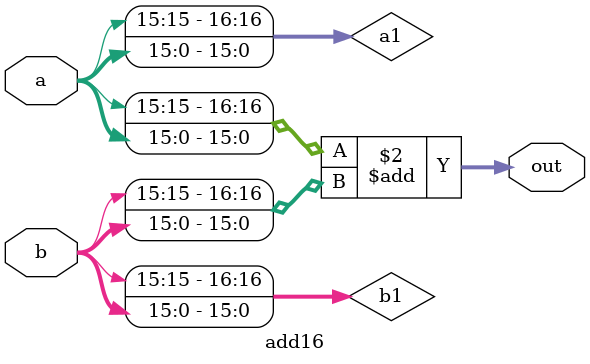
<source format=v>
`timescale 1ns / 1ps



module add16(a,b,out); 
input[15:0] a,b; 
output[16:0] out; 
reg[16:0] out; 
wire[16:0] a1={a[15],a[15:0]}; 
wire[16:0] b1={b[15],b[15:0]}; 
always @(a1 or b1) 
begin 
 out = a1+b1; 
end 
endmodule

</source>
